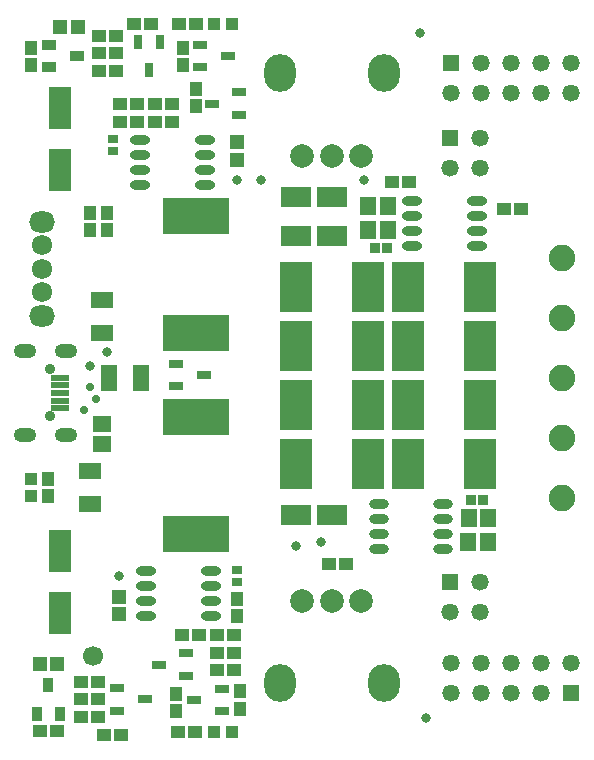
<source format=gts>
G04*
G04 #@! TF.GenerationSoftware,Altium Limited,Altium Designer,21.2.2 (38)*
G04*
G04 Layer_Color=8388736*
%FSLAX25Y25*%
%MOIN*%
G70*
G04*
G04 #@! TF.SameCoordinates,9478AF75-F406-41B2-BF1A-F2BA18401FE8*
G04*
G04*
G04 #@! TF.FilePolarity,Negative*
G04*
G01*
G75*
%ADD17R,0.04528X0.04331*%
%ADD18R,0.04331X0.04528*%
%ADD19R,0.03228X0.03228*%
%ADD20R,0.05512X0.06299*%
%ADD21R,0.06299X0.05512*%
%ADD22R,0.04528X0.04724*%
%ADD23R,0.04724X0.04528*%
%ADD24R,0.03228X0.03032*%
%ADD25O,0.06772X0.03150*%
%ADD26O,0.06496X0.03150*%
%ADD27R,0.10236X0.06890*%
%ADD28R,0.03150X0.04528*%
%ADD29R,0.04528X0.03150*%
%ADD30R,0.04724X0.03347*%
%ADD31R,0.03347X0.04724*%
%ADD32R,0.10827X0.16535*%
%ADD33R,0.07284X0.14370*%
%ADD34C,0.03150*%
%ADD35C,0.02756*%
%ADD36R,0.03937X0.03937*%
%ADD37R,0.05287X0.08787*%
%ADD38R,0.07480X0.05315*%
%ADD39R,0.22047X0.12205*%
%ADD40R,0.05709X0.06299*%
%ADD41R,0.06299X0.02362*%
%ADD42R,0.03937X0.03937*%
%ADD43C,0.08858*%
%ADD44C,0.06787*%
%ADD45O,0.08661X0.07087*%
%ADD46C,0.06693*%
%ADD47O,0.10630X0.12598*%
%ADD48C,0.07874*%
%ADD49C,0.05787*%
%ADD50R,0.05787X0.05787*%
%ADD51O,0.07480X0.04724*%
%ADD52C,0.03543*%
%ADD53R,0.05787X0.05787*%
D17*
X69784Y258858D02*
D03*
X64075D02*
D03*
X63878Y37598D02*
D03*
X58169D02*
D03*
X76772Y230118D02*
D03*
X71063D02*
D03*
X82874Y236024D02*
D03*
X88583D02*
D03*
Y230118D02*
D03*
X82874D02*
D03*
X103445Y59055D02*
D03*
X109153D02*
D03*
X69784Y247047D02*
D03*
X64075D02*
D03*
X69784Y252953D02*
D03*
X64075D02*
D03*
X71358Y25591D02*
D03*
X65650D02*
D03*
X63878Y31693D02*
D03*
X58169D02*
D03*
X44390Y26969D02*
D03*
X50098D02*
D03*
X167323Y209921D02*
D03*
X161614D02*
D03*
X199114Y201181D02*
D03*
X204823D02*
D03*
X75886Y262598D02*
D03*
X81595D02*
D03*
X58169Y43504D02*
D03*
X63878D02*
D03*
X146555Y82677D02*
D03*
X140847D02*
D03*
X103445Y53150D02*
D03*
X109153D02*
D03*
X96555Y262598D02*
D03*
X90847D02*
D03*
X109153Y47244D02*
D03*
X103445D02*
D03*
X90453Y26772D02*
D03*
X96161D02*
D03*
X76772Y236024D02*
D03*
X71063D02*
D03*
X91634Y59055D02*
D03*
X97342D02*
D03*
D18*
X110236Y65256D02*
D03*
Y70965D02*
D03*
X41535Y254823D02*
D03*
Y249114D02*
D03*
X61024Y199705D02*
D03*
Y193996D02*
D03*
X47244Y111122D02*
D03*
Y105413D02*
D03*
X96457Y241043D02*
D03*
Y235335D02*
D03*
X92126Y249114D02*
D03*
Y254823D02*
D03*
X111122Y34547D02*
D03*
Y40256D02*
D03*
X89764Y33760D02*
D03*
Y39469D02*
D03*
X66929Y193996D02*
D03*
Y199705D02*
D03*
D19*
X156260Y188189D02*
D03*
X160276D02*
D03*
X188150Y103937D02*
D03*
X192165D02*
D03*
D20*
X160433Y194095D02*
D03*
X153740D02*
D03*
X187205Y90158D02*
D03*
X193898D02*
D03*
D21*
X64961Y122638D02*
D03*
Y129331D02*
D03*
D22*
X110236Y223425D02*
D03*
Y217520D02*
D03*
X70866Y65945D02*
D03*
Y71850D02*
D03*
D23*
X57087Y261811D02*
D03*
X51181D02*
D03*
X50197Y49409D02*
D03*
X44291D02*
D03*
D24*
X110236Y76831D02*
D03*
Y80650D02*
D03*
X68898Y220532D02*
D03*
Y224350D02*
D03*
D25*
X99410Y209035D02*
D03*
Y214035D02*
D03*
Y219035D02*
D03*
Y224035D02*
D03*
X77756Y209035D02*
D03*
Y214035D02*
D03*
Y219035D02*
D03*
Y224035D02*
D03*
X101378Y65335D02*
D03*
Y70335D02*
D03*
Y75335D02*
D03*
Y80335D02*
D03*
X79724Y65335D02*
D03*
Y70335D02*
D03*
Y75335D02*
D03*
Y80335D02*
D03*
X168307Y203563D02*
D03*
Y198563D02*
D03*
Y193563D02*
D03*
Y188563D02*
D03*
X189961Y203563D02*
D03*
Y198563D02*
D03*
Y193563D02*
D03*
Y188563D02*
D03*
D26*
X178839Y87776D02*
D03*
Y92776D02*
D03*
Y97776D02*
D03*
Y102776D02*
D03*
X157382Y87776D02*
D03*
Y92776D02*
D03*
Y97776D02*
D03*
Y102776D02*
D03*
D27*
X129724Y192126D02*
D03*
X141929D02*
D03*
Y205118D02*
D03*
X129724D02*
D03*
X141929Y99213D02*
D03*
X129724D02*
D03*
D28*
X84449Y256594D02*
D03*
X76968D02*
D03*
X80709Y247342D02*
D03*
D29*
X70177Y41339D02*
D03*
Y33858D02*
D03*
X79429Y37598D02*
D03*
X89862Y149409D02*
D03*
Y141929D02*
D03*
X99114Y145669D02*
D03*
X110925Y232480D02*
D03*
Y239961D02*
D03*
X101673Y236221D02*
D03*
X97736Y255709D02*
D03*
Y248228D02*
D03*
X106988Y251969D02*
D03*
X93209Y45472D02*
D03*
Y52953D02*
D03*
X83957Y49213D02*
D03*
X105020Y33661D02*
D03*
Y41142D02*
D03*
X95768Y37402D02*
D03*
D30*
X56890Y251969D02*
D03*
X47441Y248228D02*
D03*
Y255709D02*
D03*
D31*
X47244Y42323D02*
D03*
X50984Y32874D02*
D03*
X43504D02*
D03*
D32*
X129823Y155512D02*
D03*
X153642D02*
D03*
Y175197D02*
D03*
X129823D02*
D03*
X191043Y175197D02*
D03*
X167224D02*
D03*
Y155512D02*
D03*
X191043D02*
D03*
X167224Y116142D02*
D03*
X191043D02*
D03*
Y135827D02*
D03*
X167224D02*
D03*
X153642Y135827D02*
D03*
X129823D02*
D03*
Y116142D02*
D03*
X153642D02*
D03*
D33*
X51181Y66535D02*
D03*
Y87008D02*
D03*
Y214173D02*
D03*
Y234646D02*
D03*
D34*
X70866Y78740D02*
D03*
X171260Y259842D02*
D03*
X129921Y88583D02*
D03*
X66929Y153543D02*
D03*
X61024Y148622D02*
D03*
X118110Y210630D02*
D03*
X152559D02*
D03*
X110236D02*
D03*
X138150Y89921D02*
D03*
X173228Y31496D02*
D03*
D35*
X58961Y133934D02*
D03*
X62992Y137795D02*
D03*
X61024Y141732D02*
D03*
D36*
X108465Y262598D02*
D03*
X102559D02*
D03*
Y26772D02*
D03*
X108465D02*
D03*
D37*
X67585Y144685D02*
D03*
X78085D02*
D03*
D38*
X64961Y159843D02*
D03*
Y170866D02*
D03*
X61024Y102756D02*
D03*
Y113779D02*
D03*
D39*
X96457Y198622D02*
D03*
Y159646D02*
D03*
Y131693D02*
D03*
Y92716D02*
D03*
D40*
X153839Y201969D02*
D03*
X160335D02*
D03*
X187303Y98032D02*
D03*
X193799D02*
D03*
D41*
X51181Y134646D02*
D03*
Y137205D02*
D03*
Y139764D02*
D03*
Y142323D02*
D03*
Y144882D02*
D03*
D42*
X41339Y105315D02*
D03*
Y111221D02*
D03*
D43*
X218504Y164685D02*
D03*
Y144685D02*
D03*
Y124685D02*
D03*
Y184685D02*
D03*
Y104685D02*
D03*
D44*
X45276Y188976D02*
D03*
Y181102D02*
D03*
Y173228D02*
D03*
D45*
Y165354D02*
D03*
Y196850D02*
D03*
D46*
X62008Y52165D02*
D03*
D47*
X124409Y43024D02*
D03*
X159055Y42965D02*
D03*
X159055Y246346D02*
D03*
X124409Y246406D02*
D03*
D48*
X131890Y70524D02*
D03*
X141732D02*
D03*
X151575D02*
D03*
X151575Y218847D02*
D03*
X141732D02*
D03*
X131890D02*
D03*
D49*
X190945Y66772D02*
D03*
X180945D02*
D03*
X190945Y76772D02*
D03*
Y214567D02*
D03*
X180945D02*
D03*
X190945Y224567D02*
D03*
X191496Y49764D02*
D03*
Y39764D02*
D03*
X201496D02*
D03*
Y49764D02*
D03*
X211496D02*
D03*
Y39764D02*
D03*
X221496Y49764D02*
D03*
X181496D02*
D03*
Y39764D02*
D03*
X211496Y239606D02*
D03*
Y249606D02*
D03*
X201496D02*
D03*
Y239606D02*
D03*
X191496D02*
D03*
Y249606D02*
D03*
X181496Y239606D02*
D03*
X221496D02*
D03*
Y249606D02*
D03*
D50*
X180945Y76772D02*
D03*
Y224567D02*
D03*
D51*
X39567Y125689D02*
D03*
Y153839D02*
D03*
X53149D02*
D03*
Y125689D02*
D03*
D52*
X47933Y131890D02*
D03*
Y147638D02*
D03*
D53*
X221496Y39764D02*
D03*
X181496Y249606D02*
D03*
M02*

</source>
